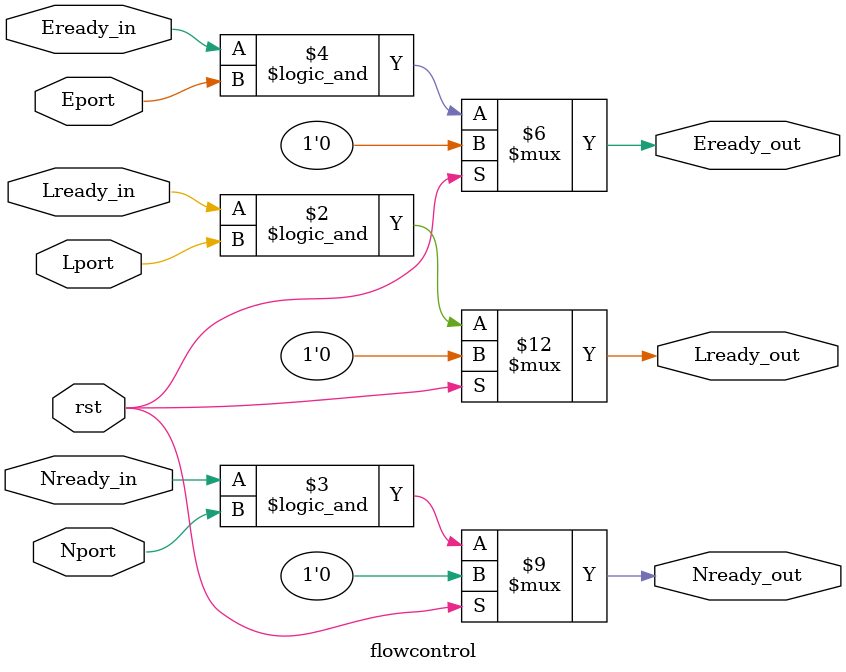
<source format=v>
/********************
* Filename:     flowcontrol.v
* Description:  Flow control mechanism is established between the INPUT and OUTPUT FIFO so that input FIFO does not receive any further data 
                for the particular output direction if it is not ready to accept data
*
* $Revision: 38 $
* $Id: flowcontrol.v 38 2016-02-20 17:24:53Z ranga $
* $Date: 2016-02-20 19:24:53 +0200 (Sat, 20 Feb 2016) $
* $Author: ranga $
*********************/

module flowcontrol (rst, 
                    Nport, Eport, Lport, 
                    Lready_in, Nready_in, Eready_in, 
                    Lready_out, Nready_out, Eready_out
                   );
  
  input       rst;
  input       Nport, Eport, Lport;
  input       Lready_in, Nready_in, Eready_in;
  
  output reg  Lready_out, Nready_out, Eready_out;                // Ready signal sent from LBDR to Arbiter
    
  // Ready_out is asserted whenever the selected output port and the corresponding output FIFO is also ready enough
  always @(rst, Lready_in, Nready_in, Eready_in, Lport, Nport, Eport, Lready_out, Nready_out, Eready_out) begin
    if (rst) begin
      Lready_out <= 1'b0;
      Nready_out <= 1'b0;
      Eready_out <= 1'b0;
    end
    else begin
      Lready_out <= Lready_in && Lport;
      Nready_out <= Nready_in && Nport;
      Eready_out <= Eready_in && Eport;
    end
  end
  
endmodule
</source>
